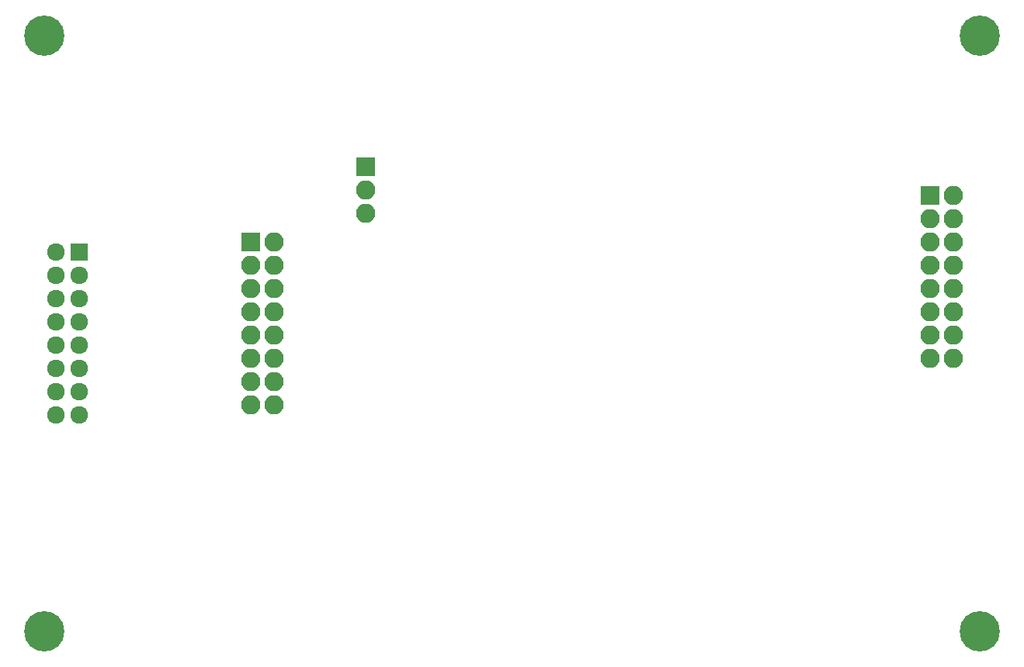
<source format=gbs>
G04 #@! TF.FileFunction,Soldermask,Bot*
%FSLAX46Y46*%
G04 Gerber Fmt 4.6, Leading zero omitted, Abs format (unit mm)*
G04 Created by KiCad (PCBNEW 4.0.1-stable) date 26/04/2018 08:46:55*
%MOMM*%
G01*
G04 APERTURE LIST*
%ADD10C,0.100000*%
%ADD11C,4.400000*%
%ADD12R,2.100000X2.100000*%
%ADD13O,2.100000X2.100000*%
%ADD14R,1.920000X1.920000*%
%ADD15C,1.920000*%
G04 APERTURE END LIST*
D10*
D11*
X154500000Y-107500000D03*
X52500000Y-42500000D03*
X154500000Y-42500000D03*
X52500000Y-107500000D03*
D12*
X87500000Y-56800000D03*
D13*
X87500000Y-59340000D03*
X87500000Y-61880000D03*
D12*
X75000000Y-65000000D03*
D13*
X77540000Y-65000000D03*
X75000000Y-67540000D03*
X77540000Y-67540000D03*
X75000000Y-70080000D03*
X77540000Y-70080000D03*
X75000000Y-72620000D03*
X77540000Y-72620000D03*
X75000000Y-75160000D03*
X77540000Y-75160000D03*
X75000000Y-77700000D03*
X77540000Y-77700000D03*
X75000000Y-80240000D03*
X77540000Y-80240000D03*
X75000000Y-82780000D03*
X77540000Y-82780000D03*
D12*
X149100000Y-60000000D03*
D13*
X151640000Y-60000000D03*
X149100000Y-62540000D03*
X151640000Y-62540000D03*
X149100000Y-65080000D03*
X151640000Y-65080000D03*
X149100000Y-67620000D03*
X151640000Y-67620000D03*
X149100000Y-70160000D03*
X151640000Y-70160000D03*
X149100000Y-72700000D03*
X151640000Y-72700000D03*
X149100000Y-75240000D03*
X151640000Y-75240000D03*
X149100000Y-77780000D03*
X151640000Y-77780000D03*
D14*
X56270000Y-66110000D03*
D15*
X53730000Y-66110000D03*
X56270000Y-68650000D03*
X53730000Y-68650000D03*
X56270000Y-71190000D03*
X53730000Y-71190000D03*
X56270000Y-73730000D03*
X53730000Y-73730000D03*
X56270000Y-76270000D03*
X53730000Y-76270000D03*
X56270000Y-78810000D03*
X53730000Y-78810000D03*
X56270000Y-81350000D03*
X53730000Y-81350000D03*
X56270000Y-83890000D03*
X53730000Y-83890000D03*
M02*

</source>
